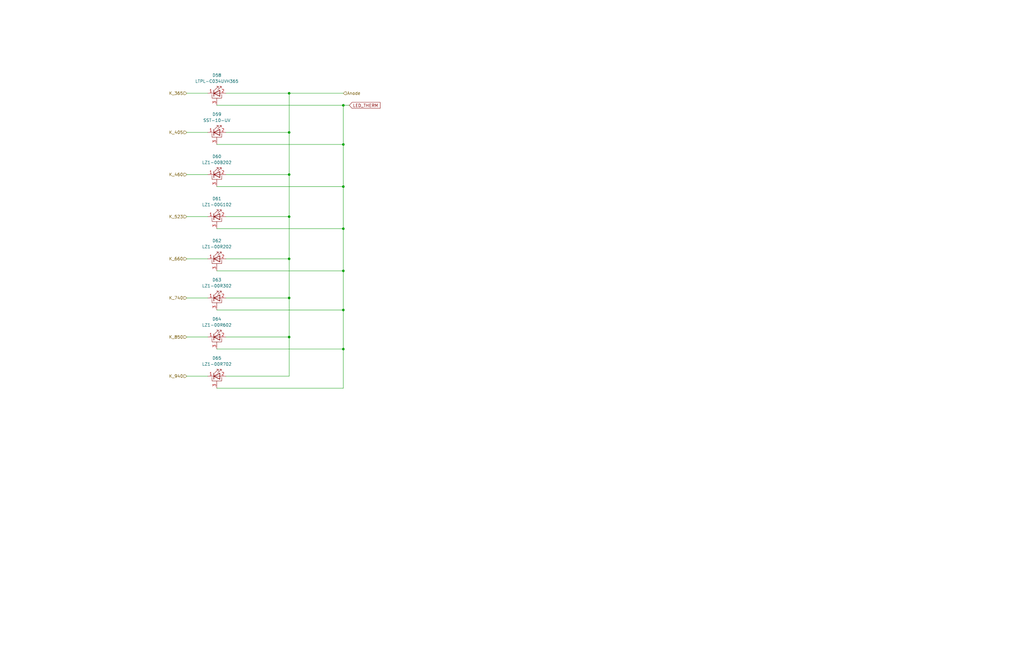
<source format=kicad_sch>
(kicad_sch (version 20211123) (generator eeschema)
  (paper "B")
  (title_block (title "BUM2 LED Controller") (date "2023-01-10") (rev "A"))
  (lib_symbols
    (symbol "Device:LED_Pad" (pin_names (offset 1.016) hide)
      (property "Reference" "D" (at 0 5.715 0))
      (property "Value" "LED_Pad" (at 0 3.81 0))
      (symbol "LED_Pad_0_1"
        (polyline (pts (xy -1.27 -1.27) (xy -1.27 1.27)) (stroke (width 0.254)))
        (polyline (pts (xy -1.27 0) (xy 1.27 0)))
        (polyline (pts (xy 0 -2.54) (xy 0 -2.032)))
        (polyline (pts (xy -2.032 -0.508) (xy -2.032 -2.032) (xy 2.032 -2.032) (xy 2.032 -0.508)))
        (polyline (pts (xy 1.27 -1.27) (xy 1.27 1.27) (xy -1.27 0) (xy 1.27 -1.27)) (stroke (width 0.254)))
        (polyline (pts (xy -0.889 1.397) (xy 0.635 2.921) (xy -0.127 2.921) (xy 0.635 2.921) (xy 0.635 2.159)))
        (polyline (pts (xy 0.381 1.397) (xy 1.905 2.921) (xy 1.143 2.921) (xy 1.905 2.921) (xy 1.905 2.159)))
      )
      (symbol "LED_Pad_1_1"
        (pin passive line (at -3.81 0 0) (length 2.54) (name "K") (number "1"))
        (pin passive line (at 3.81 0 180) (length 2.54) (name "A") (number "2"))
        (pin passive line (at 0 -5.08 90) (length 2.54) (name "PAD") (number "3"))
      )
    )
  )
  (junction (at 144.78 147.32))
  (junction (at 121.92 142.24))
  (junction (at 121.92 55.88))
  (junction (at 144.78 60.96))
  (junction (at 144.78 114.3))
  (junction (at 121.92 109.22))
  (junction (at 144.78 78.74))
  (junction (at 144.78 44.45))
  (junction (at 144.78 96.52))
  (junction (at 121.92 125.73))
  (junction (at 144.78 130.81))
  (junction (at 121.92 91.44))
  (junction (at 121.92 73.66))
  (junction (at 121.92 39.37))
  (wire (pts (xy 144.78 163.83) (xy 144.78 147.32)))
  (wire (pts (xy 78.74 55.88) (xy 87.63 55.88)))
  (wire (pts (xy 91.44 78.74) (xy 144.78 78.74)))
  (wire (pts (xy 144.78 130.81) (xy 144.78 114.3)))
  (wire (pts (xy 78.74 125.73) (xy 87.63 125.73)))
  (wire (pts (xy 91.44 96.52) (xy 144.78 96.52)))
  (wire (pts (xy 95.25 142.24) (xy 121.92 142.24)))
  (wire (pts (xy 78.74 142.24) (xy 87.63 142.24)))
  (wire (pts (xy 91.44 147.32) (xy 144.78 147.32)))
  (wire (pts (xy 121.92 39.37) (xy 144.78 39.37)))
  (wire (pts (xy 121.92 109.22) (xy 121.92 125.73)))
  (wire (pts (xy 91.44 44.45) (xy 144.78 44.45)))
  (wire (pts (xy 95.25 55.88) (xy 121.92 55.88)))
  (wire (pts (xy 95.25 73.66) (xy 121.92 73.66)))
  (wire (pts (xy 144.78 44.45) (xy 147.32 44.45)))
  (wire (pts (xy 95.25 39.37) (xy 121.92 39.37)))
  (wire (pts (xy 144.78 147.32) (xy 144.78 130.81)))
  (wire (pts (xy 121.92 73.66) (xy 121.92 91.44)))
  (wire (pts (xy 144.78 60.96) (xy 144.78 78.74)))
  (wire (pts (xy 121.92 39.37) (xy 121.92 55.88)))
  (wire (pts (xy 91.44 130.81) (xy 144.78 130.81)))
  (wire (pts (xy 121.92 91.44) (xy 121.92 109.22)))
  (wire (pts (xy 95.25 158.75) (xy 121.92 158.75)))
  (wire (pts (xy 91.44 114.3) (xy 144.78 114.3)))
  (wire (pts (xy 121.92 55.88) (xy 121.92 73.66)))
  (wire (pts (xy 78.74 158.75) (xy 87.63 158.75)))
  (wire (pts (xy 78.74 39.37) (xy 87.63 39.37)))
  (wire (pts (xy 121.92 142.24) (xy 121.92 158.75)))
  (wire (pts (xy 95.25 91.44) (xy 121.92 91.44)))
  (wire (pts (xy 91.44 163.83) (xy 144.78 163.83)))
  (wire (pts (xy 78.74 91.44) (xy 87.63 91.44)))
  (wire (pts (xy 95.25 109.22) (xy 121.92 109.22)))
  (wire (pts (xy 144.78 44.45) (xy 144.78 60.96)))
  (wire (pts (xy 144.78 114.3) (xy 144.78 96.52)))
  (wire (pts (xy 78.74 73.66) (xy 87.63 73.66)))
  (wire (pts (xy 121.92 125.73) (xy 121.92 142.24)))
  (wire (pts (xy 95.25 125.73) (xy 121.92 125.73)))
  (wire (pts (xy 91.44 60.96) (xy 144.78 60.96)))
  (wire (pts (xy 144.78 96.52) (xy 144.78 78.74)))
  (wire (pts (xy 78.74 109.22) (xy 87.63 109.22)))
  (global_label "LED_THERM" (shape input) (at 147.32 44.45 0) (property "Intersheet References" "${INTERSHEET_REFS}" (effects hide)))
  (hierarchical_label "K_365" (shape input) (at 78.74 39.37 180))
  (hierarchical_label "K_660" (shape input) (at 78.74 109.22 180))
  (hierarchical_label "K_405" (shape input) (at 78.74 55.88 180))
  (hierarchical_label "K_940" (shape input) (at 78.74 158.75 180))
  (hierarchical_label "K_460" (shape input) (at 78.74 73.66 180))
  (hierarchical_label "Anode" (shape input) (at 144.78 39.37 0))
  (hierarchical_label "K_850" (shape input) (at 78.74 142.24 180))
  (hierarchical_label "K_523" (shape input) (at 78.74 91.44 180))
  (hierarchical_label "K_740" (shape input) (at 78.74 125.73 180))
  (symbol (lib_id "Device:LED_Pad") (at 91.44 142.24 0)
    (property "Reference" "D64" (at 91.44 134.62 0))
    (property "Value" "LZ1-00R602" (at 91.44 137.16 0))
    (property "Footprint" "ProjectFootprints:LuxiGen_LZ1" (effects hide))
    (property "Datasheet" "https://www.mouser.com/datasheet/2/228/5412881-LED_2520Engin_Datasheet_LuxiGen_LZ1-00R602-1531907.pdf" (effects hide))
    (property "Part Number" "897-LZ100R602" (effects hide))
    (property "Supplier" "Mouser" (effects hide))
    (property "Link" "https://www.mouser.com/ProductDetail/LED-Engin/LZ1-00R602-0000?qs=rRTa3HiPCWM8fIB%252BWd%2F3ZA%3D%3D" (effects hide))
  )
  (symbol (lib_id "Device:LED_Pad") (at 91.44 125.73 0)
    (property "Reference" "D63" (at 91.44 118.11 0))
    (property "Value" "LZ1-00R302" (at 91.44 120.65 0))
    (property "Footprint" "ProjectFootprints:LuxiGen_LZ1" (effects hide))
    (property "Datasheet" "https://www.mouser.com/datasheet/2/228/LED_2520Engin_Datasheet_LuxiGen_LZ1-00R302_rev1.4_-1531905.pdf" (effects hide))
    (property "Part Number" "897-LZ100R3020000" (effects hide))
    (property "Supplier" "Mouser" (effects hide))
    (property "Link" "https://www.mouser.com/ProductDetail/LED-Engin/LZ1-00R302-0000?qs=QhAb4EtQfbWvXY5cR7z3Ww%3D%3D" (effects hide))
  )
  (symbol (lib_id "Device:LED_Pad") (at 91.44 91.44 0)
    (property "Reference" "D61" (at 91.44 83.82 0))
    (property "Value" "LZ1-00G102" (at 91.44 86.36 0))
    (property "Footprint" "ProjectFootprints:LuxiGen_LZ1" (effects hide))
    (property "Datasheet" "https://www.mouser.com/datasheet/2/228/5412871-LED_2520Engin_Datasheet_LuxiGen_LZ1-00G102-1531800.pdf" (effects hide))
    (property "Part Number" "897-LZ100G1020000" (effects hide))
    (property "Supplier" "Mouser" (effects hide))
    (property "Link" "https://www.mouser.com/ProductDetail/LED-Engin/LZ1-00G102-0000?qs=QhAb4EtQfbUvoiSwlsG2uA%3D%3D" (effects hide))
  )
  (symbol (lib_id "Device:LED_Pad") (at 91.44 55.88 0)
    (property "Reference" "D59" (at 91.44 48.26 0))
    (property "Value" "SST-10-UV" (at 91.44 50.8 0))
    (property "Footprint" "ProjectFootprints:SST_10_UV" (effects hide))
    (property "Datasheet" "https://www.mouser.com/datasheet/2/245/Luminus_SST_10_UV_Datasheet-1499199.pdf" (effects hide))
    (property "Part Number" "896-10UVB130F40500" (effects hide))
    (property "Supplier" "Mouser" (effects hide))
    (property "Link" "https://www.mouser.com/ProductDetail/Luminus-Devices/SST-10-UV-B130-F405-00?qs=byeeYqUIh0PxzIjRu9ztVg%3D%3D" (effects hide))
  )
  (symbol (lib_id "Device:LED_Pad") (at 91.44 109.22 0)
    (property "Reference" "D62" (at 91.44 101.6 0))
    (property "Value" "LZ1-00R202" (at 91.44 104.14 0))
    (property "Footprint" "ProjectFootprints:LuxiGen_LZ1" (effects hide))
    (property "Datasheet" "https://www.mouser.com/datasheet/2/228/LED_2520Engin_Datasheet_LuxiGen_LZ1_00R202_rev2_0_-1532010.pdf" (effects hide))
    (property "Part Number" "897-LZ100R2020000" (effects hide))
    (property "Supplier" "Mouser" (effects hide))
    (property "Link" "https://www.mouser.com/ProductDetail/LED-Engin/LZ1-00R202-0000?qs=QhAb4EtQfbW1cDkw%2Fv1S%252BQ%3D%3D" (effects hide))
  )
  (symbol (lib_id "Device:LED_Pad") (at 91.44 73.66 0)
    (property "Reference" "D60" (at 91.44 66.04 0))
    (property "Value" "LZ1-00B202" (at 91.44 68.58 0))
    (property "Footprint" "ProjectFootprints:LuxiGen_LZ1" (effects hide))
    (property "Datasheet" "https://www.mouser.com/datasheet/2/228/5412867-LED_2520Engin_Datasheet_LuxiGen_LZ1-00B202-1531963.pdf" (effects hide))
    (property "Part Number" "897-LZ100B2020000" (effects hide))
    (property "Supplier" "Mouser" (effects hide))
    (property "Link" "https://www.mouser.com/ProductDetail/LED-Engin/LZ1-00B202-0000?qs=QhAb4EtQfbWerAq%2F%252B41GRg%3D%3D" (effects hide))
  )
  (symbol (lib_id "Device:LED_Pad") (at 91.44 158.75 0)
    (property "Reference" "D65" (at 91.44 151.13 0))
    (property "Value" "LZ1-00R702" (at 91.44 153.67 0))
    (property "Footprint" "ProjectFootprints:LuxiGen_LZ1" (effects hide))
    (property "Datasheet" "https://www.mouser.com/datasheet/2/228/5412883-LED_2520Engin_Datasheet_LuxiGen_LZ1-00R702-1531881.pdf" (effects hide))
    (property "Part Number" "897-LZ100R702" (effects hide))
    (property "Supplier" "Mouser" (effects hide))
    (property "Link" "https://www.mouser.com/ProductDetail/LED-Engin/LZ1-00R702-0000?qs=rRTa3HiPCWN0bXPR61fArg%3D%3D" (effects hide))
  )
  (symbol (lib_id "Device:LED_Pad") (at 91.44 39.37 0)
    (property "Reference" "D58" (at 91.44 31.75 0))
    (property "Value" "LTPL-C034UVH365" (at 91.44 34.29 0))
    (property "Footprint" "ProjectFootprints:LTPL-C034UVHXXX" (effects hide))
    (property "Datasheet" "https://www.mouser.com/datasheet/2/239/LTPL-C034UVHXXX%20UV%203535%20Lens%20type%20Series_Ver3.4_20-1108924.pdf" (effects hide))
    (property "Part Number" "859-LTPL-C034UVH365" (effects hide))
    (property "Supplier" "Mouser" (effects hide))
    (property "Link" "https://www.mouser.com/ProductDetail/Lite-On/LTPL-C034UVH365?qs=pPiH5vUCJeR2s22VxlBhsw%3D%3D" (effects hide))
  )
)
</source>
